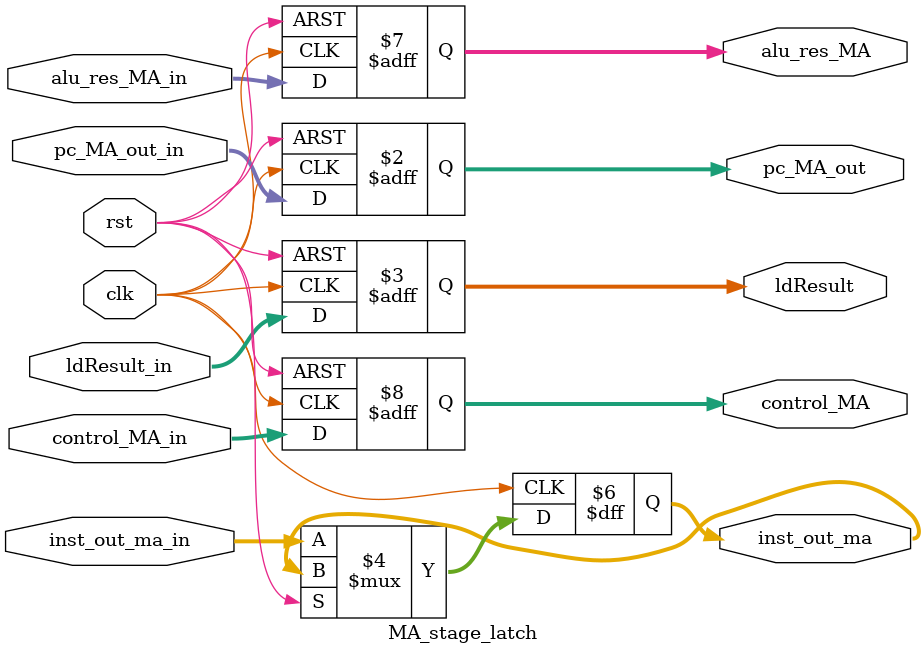
<source format=v>
module MA_stage_latch (
    input clk,                           // Clock signal
    input rst,                           // Reset signal
    input [31:0] pc_MA_out_in,           // Program counter input from MA stage
    input [31:0] ldResult_in,            // Load result from MA stage
    input [31:0] inst_out_ma_in,         // Instruction output from MA stage
    input [31:0] alu_res_MA_in,          // ALU result from MA stage
    input [21:0] control_MA_in,          // Control signals from MA stage

    output reg [31:0] pc_MA_out,         // Program counter output to next stage
    output reg [31:0] ldResult,          // Load result output to next stage
    output reg [31:0] inst_out_ma,       // Instruction output to next stage
    output reg [31:0] alu_res_MA,        // ALU result output to next stage
    output reg [21:0] control_MA         // Control signals output to next stage
);

    always @(posedge clk or posedge rst) begin
        if (rst) begin
            // Reset outputs
            pc_MA_out <= 32'b0;
            ldResult <= 32'b0;
            //inst_out_ma <= 32'b0;
            alu_res_MA <= 32'b0;
            control_MA <= 22'b0;
        end else begin
            // Latch inputs to outputs on positive clock edge
            pc_MA_out <= pc_MA_out_in;
            ldResult <= ldResult_in;
            inst_out_ma <= inst_out_ma_in;
            alu_res_MA <= alu_res_MA_in;
            control_MA <= control_MA_in;
        end
    end
endmodule

</source>
